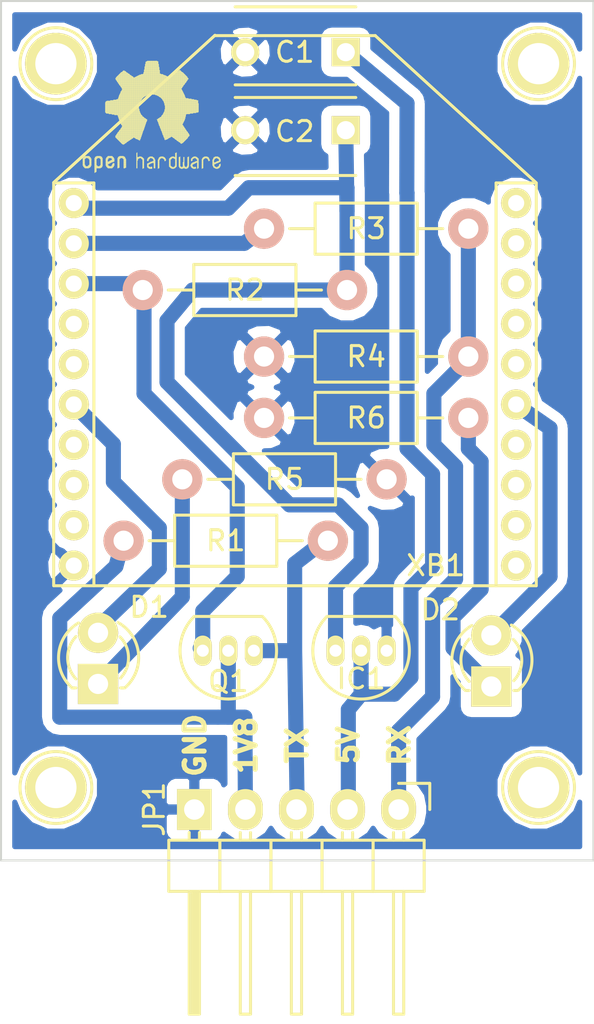
<source format=kicad_pcb>
(kicad_pcb (version 4) (host pcbnew 4.0.3+e1-6302~38~ubuntu16.04.1-stable)
  (title_block (title xbee-pandaboard-adapter) (date 2016-08-11) (rev 1.0) (comment 1 "(Based on wifly-adapter-board from Dirk Grappendorf)") (comment 2 "CERN Open Hardware License 1.1") (comment 3 "Enrique Hernández Bello <ehbello@gmail.com>"))
  (layers (0 F.Cu signal) (31 B.Cu signal) (34 B.Paste user) (35 F.Paste user) (36 B.SilkS user) (37 F.SilkS user) (38 B.Mask user) (39 F.Mask user) (44 Edge.Cuts user))
  (net 0 "")
  (net 1 5V)
  (net 2 GNDREF)
  (net 3 3V3)
  (net 4 "Net-(D1-Pad1)")
  (net 5 "Net-(D1-Pad2)")
  (net 6 "Net-(D2-Pad1)")
  (net 7 "Net-(D2-Pad2)")
  (net 8 1V8)
  (net 9 UART_TX)
  (net 10 UART_RX)
  (net 11 DIN)
  (net 12 DOUT)
  (net 13 "Net-(XB1-Pad20)")
  (net 14 "Net-(XB1-Pad16)")
  (net 15 "Net-(XB1-Pad14)")
  (net 16 "Net-(XB1-Pad18)")
  (net 17 "Net-(XB1-Pad17)")
  (net 18 "Net-(XB1-Pad19)")
  (net 19 "Net-(XB1-Pad12)")
  (net 20 "Net-(XB1-Pad11)")
  (net 21 "Net-(XB1-Pad13)")
  (net 22 "Net-(XB1-Pad8)")
  (net 23 "Net-(XB1-Pad9)")
  (net 24 "Net-(XB1-Pad4)")
  (net 25 "Net-(XB1-Pad7)")
  (net 26 "Net-(XB1-Pad5)")
  (module OPENHARDWARE:OSHWLOGO0.3IN (layer F.Cu) (at 138.176 78.105)
    (fp_text reference "" hide)
    (fp_text value LOGO hide)
  )
  (module Capacitors_ThroughHole:C_Disc_D6_P5 (layer F.Cu) (at 151.638 78.613 180)
    (fp_text reference C1 (at 2.54 0 360) (layer F.SilkS))
    (fp_text value 1µF)
    (pad 1 thru_hole rect (at 0 0 180) (size 1.4 1.4) (drill 0.9) (layers *.Cu *.Mask F.SilkS) (net 1 5V))
    (pad 2 thru_hole circle (at 5 0 180) (size 1.4 1.4) (drill 0.9) (layers *.Cu *.Mask F.SilkS) (net 2 GNDREF))
  )
  (module Capacitors_ThroughHole:C_Disc_D6_P5 (layer F.Cu) (at 151.638 82.4865 180)
    (fp_text reference C2 (at 2.54 -0.0635 360) (layer F.SilkS))
    (fp_text value 1µF)
    (pad 1 thru_hole rect (at 0 0 180) (size 1.4 1.4) (drill 0.9) (layers *.Cu *.Mask F.SilkS) (net 3 3V3))
    (pad 2 thru_hole circle (at 5 0 180) (size 1.4 1.4) (drill 0.9) (layers *.Cu *.Mask F.SilkS) (net 2 GNDREF))
  )
  (module LEDs:LED-3MM (layer F.Cu) (at 139.319 109.982 90)
    (fp_text reference D1 (at 3.81 2.54 180) (layer F.SilkS))
    (fp_text value RED_LED)
    (pad 1 thru_hole rect (at 0 0 180) (size 2 2) (drill 1.00076) (layers *.Cu *.Mask F.SilkS) (net 4 "Net-(D1-Pad1)"))
    (pad 2 thru_hole circle (at 2.54 0 90) (size 2 2) (drill 1.00076) (layers *.Cu *.Mask F.SilkS) (net 5 "Net-(D1-Pad2)"))
  )
  (module LEDs:LED-3MM (layer F.Cu) (at 158.877 110.109 90)
    (fp_text reference D2 (at 3.81 -2.54 180) (layer F.SilkS))
    (fp_text value GREEN_LED)
    (pad 1 thru_hole rect (at 0 0 180) (size 2 2) (drill 1.00076) (layers *.Cu *.Mask F.SilkS) (net 6 "Net-(D2-Pad1)"))
    (pad 2 thru_hole circle (at 2.54 0 90) (size 2 2) (drill 1.00076) (layers *.Cu *.Mask F.SilkS) (net 7 "Net-(D2-Pad2)"))
  )
  (module TO_SOT_Packages_THT:TO-92_Inline_Narrow_Oval (layer F.Cu) (at 153.67 108.331 180)
    (fp_text reference IC1 (at 1.27 -1.397 180) (layer F.SilkS))
    (fp_text value MCP1700)
    (pad 2 thru_hole oval (at 1.27 0) (size 0.89916 1.50114) (drill 0.6) (layers *.Cu *.Mask F.SilkS) (net 1 5V))
    (pad 3 thru_hole oval (at 2.54 0) (size 0.89916 1.50114) (drill 0.6) (layers *.Cu *.Mask F.SilkS) (net 3 3V3))
    (pad 1 thru_hole oval (at 0 0) (size 0.89916 1.50114) (drill 0.6) (layers *.Cu *.Mask F.SilkS) (net 2 GNDREF))
  )
  (module TO_SOT_Packages_THT:TO-92_Inline_Narrow_Oval (layer F.Cu) (at 147.066 108.331 180)
    (fp_text reference Q1 (at 1.27 -1.524 180) (layer F.SilkS))
    (fp_text value 2N7000)
    (pad 2 thru_hole oval (at 1.27 0) (size 0.89916 1.50114) (drill 0.6) (layers *.Cu *.Mask F.SilkS) (net 8 1V8))
    (pad 3 thru_hole oval (at 2.54 0) (size 0.89916 1.50114) (drill 0.6) (layers *.Cu *.Mask F.SilkS) (net 11 DIN))
    (pad 1 thru_hole oval (at 0 0) (size 0.89916 1.50114) (drill 0.6) (layers *.Cu *.Mask F.SilkS) (net 9 UART_TX))
  )
  (module Connect:1pin (layer F.Cu) (at 137.2235 79.1845)
    (fp_text reference "" hide)
    (fp_text value "")
    (pad "" thru_hole circle (at 0 0) (size 3.064 3.064) (drill 2.048) (layers *.Cu *.Mask F.SilkS))
  )
  (module Connect:1pin (layer F.Cu) (at 161.2265 79.1845)
    (fp_text reference "" hide)
    (fp_text value "")
    (pad "" thru_hole circle (at 0 0) (size 3.064 3.064) (drill 2.048) (layers *.Cu *.Mask F.SilkS))
  )
  (module Connect:1pin (layer F.Cu) (at 137.2235 115.1255)
    (fp_text reference "" (at 0 -3.048) (layer F.SilkS))
    (fp_text value "")
    (pad "" thru_hole circle (at 0 0) (size 3.064 3.064) (drill 2.048) (layers *.Cu *.Mask F.SilkS))
  )
  (module Connect:1pin (layer F.Cu) (at 161.2265 115.1255)
    (fp_text reference "" (at 0 -3.048) (layer F.SilkS))
    (fp_text value "")
    (pad "" thru_hole circle (at 0 0) (size 3.064 3.064) (drill 2.048) (layers *.Cu *.Mask F.SilkS))
  )
  (module Resistors_ThroughHole:Resistor_Horizontal_RM10mm (layer F.Cu) (at 140.589 102.87)
    (fp_text reference R1 (at 5.08 0) (layer F.SilkS))
    (fp_text value 10K)
    (pad 1 thru_hole circle (at 0 0) (size 1.99898 1.99898) (drill 1.00076) (layers *.Cu *.SilkS *.Mask) (net 8 1V8))
    (pad 2 thru_hole circle (at 10.16 0) (size 1.99898 1.99898) (drill 1.00076) (layers *.Cu *.SilkS *.Mask) (net 9 UART_TX))
  )
  (module Resistors_ThroughHole:Resistor_Horizontal_RM10mm (layer F.Cu) (at 151.7015 90.424 180)
    (fp_text reference R2 (at 5.08 0 180) (layer F.SilkS))
    (fp_text value 10K)
    (pad 1 thru_hole circle (at 0 0 180) (size 1.99898 1.99898) (drill 1.00076) (layers *.Cu *.SilkS *.Mask) (net 3 3V3))
    (pad 2 thru_hole circle (at 10.16 0 180) (size 1.99898 1.99898) (drill 1.00076) (layers *.Cu *.SilkS *.Mask) (net 11 DIN))
  )
  (module Resistors_ThroughHole:Resistor_Horizontal_RM10mm (layer F.Cu) (at 147.574 87.376)
    (fp_text reference R3 (at 5.08 0) (layer F.SilkS))
    (fp_text value 10K)
    (pad 1 thru_hole circle (at 0 0) (size 1.99898 1.99898) (drill 1.00076) (layers *.Cu *.SilkS *.Mask) (net 12 DOUT))
    (pad 2 thru_hole circle (at 10.16 0) (size 1.99898 1.99898) (drill 1.00076) (layers *.Cu *.SilkS *.Mask) (net 10 UART_RX))
  )
  (module Resistors_ThroughHole:Resistor_Horizontal_RM10mm (layer F.Cu) (at 157.734 93.726 180)
    (fp_text reference R4 (at 5.08 0 180) (layer F.SilkS))
    (fp_text value 10K)
    (pad 1 thru_hole circle (at 0 0 180) (size 1.99898 1.99898) (drill 1.00076) (layers *.Cu *.SilkS *.Mask) (net 10 UART_RX))
    (pad 2 thru_hole circle (at 10.16 0 180) (size 1.99898 1.99898) (drill 1.00076) (layers *.Cu *.SilkS *.Mask) (net 2 GNDREF))
  )
  (module Resistors_ThroughHole:Resistor_Horizontal_RM10mm (layer F.Cu) (at 143.51 99.822)
    (fp_text reference R5 (at 5.08 0) (layer F.SilkS))
    (fp_text value 1Ω)
    (pad 1 thru_hole circle (at 0 0) (size 1.99898 1.99898) (drill 1.00076) (layers *.Cu *.SilkS *.Mask) (net 4 "Net-(D1-Pad1)"))
    (pad 2 thru_hole circle (at 10.16 0) (size 1.99898 1.99898) (drill 1.00076) (layers *.Cu *.SilkS *.Mask) (net 2 GNDREF))
  )
  (module Resistors_ThroughHole:Resistor_Horizontal_RM10mm (layer F.Cu) (at 157.734 96.774 180)
    (fp_text reference R6 (at 5.08 0 180) (layer F.SilkS))
    (fp_text value 1Ω)
    (pad 1 thru_hole circle (at 0 0 180) (size 1.99898 1.99898) (drill 1.00076) (layers *.Cu *.SilkS *.Mask) (net 6 "Net-(D2-Pad1)"))
    (pad 2 thru_hole circle (at 10.16 0 180) (size 1.99898 1.99898) (drill 1.00076) (layers *.Cu *.SilkS *.Mask) (net 2 GNDREF))
  )
  (module lib:XBEE (layer F.Cu) (at 149.098 86.106)
    (fp_text reference XB1 (at 7.0145 18) (layer F.SilkS))
    (fp_text value XBEE)
    (pad 1 thru_hole circle (at -10.9855 0) (size 1.5 1.5) (drill 0.8) (layers *.Cu *.Mask F.SilkS) (net 3 3V3))
    (pad 2 thru_hole circle (at -10.9855 2) (size 1.5 1.5) (drill 0.8) (layers *.Cu *.Mask F.SilkS) (net 12 DOUT))
    (pad 3 thru_hole circle (at -10.9855 4) (size 1.5 1.5) (drill 0.8) (layers *.Cu *.Mask F.SilkS) (net 11 DIN))
    (pad 4 thru_hole circle (at -10.9855 6) (size 1.5 1.5) (drill 0.8) (layers *.Cu *.Mask F.SilkS) (net 24 "Net-(XB1-Pad4)"))
    (pad 5 thru_hole circle (at -10.9855 8) (size 1.5 1.5) (drill 0.8) (layers *.Cu *.Mask F.SilkS) (net 26 "Net-(XB1-Pad5)"))
    (pad 6 thru_hole circle (at -10.9855 10) (size 1.5 1.5) (drill 0.8) (layers *.Cu *.Mask F.SilkS) (net 5 "Net-(D1-Pad2)"))
    (pad 7 thru_hole circle (at -10.9855 12) (size 1.5 1.5) (drill 0.8) (layers *.Cu *.Mask F.SilkS) (net 25 "Net-(XB1-Pad7)"))
    (pad 8 thru_hole circle (at -10.9855 14) (size 1.5 1.5) (drill 0.8) (layers *.Cu *.Mask F.SilkS) (net 22 "Net-(XB1-Pad8)"))
    (pad 9 thru_hole circle (at -10.9855 16) (size 1.5 1.5) (drill 0.8) (layers *.Cu *.Mask F.SilkS) (net 23 "Net-(XB1-Pad9)"))
    (pad 10 thru_hole circle (at -10.9855 18) (size 1.5 1.5) (drill 0.8) (layers *.Cu *.Mask F.SilkS) (net 2 GNDREF))
    (pad 11 thru_hole circle (at 11.0145 18) (size 1.5 1.5) (drill 0.8) (layers *.Cu *.Mask F.SilkS) (net 20 "Net-(XB1-Pad11)"))
    (pad 12 thru_hole circle (at 11.0145 16) (size 1.5 1.5) (drill 0.8) (layers *.Cu *.Mask F.SilkS) (net 19 "Net-(XB1-Pad12)"))
    (pad 13 thru_hole circle (at 11.0145 14) (size 1.5 1.5) (drill 0.8) (layers *.Cu *.Mask F.SilkS) (net 21 "Net-(XB1-Pad13)"))
    (pad 14 thru_hole circle (at 11.0145 12) (size 1.5 1.5) (drill 0.8) (layers *.Cu *.Mask F.SilkS) (net 15 "Net-(XB1-Pad14)"))
    (pad 15 thru_hole circle (at 11.0145 10) (size 1.5 1.5) (drill 0.8) (layers *.Cu *.Mask F.SilkS) (net 7 "Net-(D2-Pad2)"))
    (pad 16 thru_hole circle (at 11.0145 8) (size 1.5 1.5) (drill 0.8) (layers *.Cu *.Mask F.SilkS) (net 14 "Net-(XB1-Pad16)"))
    (pad 17 thru_hole circle (at 11.0145 6) (size 1.5 1.5) (drill 0.8) (layers *.Cu *.Mask F.SilkS) (net 17 "Net-(XB1-Pad17)"))
    (pad 18 thru_hole circle (at 11.0145 4) (size 1.5 1.5) (drill 0.8) (layers *.Cu *.Mask F.SilkS) (net 16 "Net-(XB1-Pad18)"))
    (pad 19 thru_hole circle (at 11.0145 2) (size 1.5 1.5) (drill 0.8) (layers *.Cu *.Mask F.SilkS) (net 18 "Net-(XB1-Pad19)"))
    (pad 20 thru_hole circle (at 11.0145 0) (size 1.5 1.5) (drill 0.8) (layers *.Cu *.Mask F.SilkS) (net 13 "Net-(XB1-Pad20)"))
  )
  (module lib:Pin_Header_Angled_Inverted_1x05 (layer F.Cu) (at 144.145 116.205 90)
    (fp_text reference JP1 (at 0 -2.032 90) (layer F.SilkS))
    (fp_text value CONN_01X05)
    (pad 5 thru_hole oval (at -0.0127 10.1219 270) (size 2.032 1.7272) (drill 1.016) (layers *.Cu *.Mask F.SilkS) (net 10 UART_RX))
    (pad 4 thru_hole oval (at -0.0127 7.5819 270) (size 2.032 1.7272) (drill 1.016) (layers *.Cu *.Mask F.SilkS) (net 1 5V))
    (pad 3 thru_hole oval (at -0.0127 5.0419 270) (size 2.032 1.7272) (drill 1.016) (layers *.Cu *.Mask F.SilkS) (net 9 UART_TX))
    (pad 2 thru_hole oval (at -0.0127 2.5019 270) (size 2.032 1.7272) (drill 1.016) (layers *.Cu *.Mask F.SilkS) (net 8 1V8))
    (pad 1 thru_hole rect (at -0.0127 -0.0381 270) (size 2.032 1.7272) (drill 1.016) (layers *.Cu *.Mask F.SilkS) (net 2 GNDREF))
  )
  (gr_text RX (at 154.305 113.03 90) (layer F.SilkS) (effects (font (size 1 1) (thickness 0.25))))
  (gr_text 5V (at 151.765 113.03 90) (layer F.SilkS) (effects (font (size 1 1) (thickness 0.25))))
  (gr_text TX (at 149.225 113.03 90) (layer F.SilkS) (effects (font (size 1 1) (thickness 0.25))))
  (gr_text 1V8 (at 146.685 113.03 90) (layer F.SilkS) (effects (font (size 1 1) (thickness 0.25))))
  (gr_text GND (at 144.145 113.03 90) (layer F.SilkS) (effects (font (size 1 1) (thickness 0.25))))
  (gr_line (start 134.493 76.073) (end 163.957 76.073) (angle 90) (layer Edge.Cuts) (width 0.1))
  (gr_line (start 134.493 118.745) (end 134.493 76.073) (angle 90) (layer Edge.Cuts) (width 0.1))
  (gr_line (start 163.957 118.745) (end 134.493 118.745) (angle 90) (layer Edge.Cuts) (width 0.1))
  (gr_line (start 163.957 76.073) (end 163.957 118.745) (angle 90) (layer Edge.Cuts) (width 0.1))
  (segment (start 152.4 110.49) (end 154.051 110.49) (width 0.75) (layer B.Cu) (net 1))
  (segment (start 154.686 98.298) (end 155.956 99.568) (width 0.75) (layer B.Cu) (net 1))
  (segment (start 151.638 78.613) (end 151.638 78.613) (width 0.75) (layer B.Cu) (net 1))
  (segment (start 154.475118 80.985749) (end 151.638 78.613) (width 0.75) (layer B.Cu) (net 1))
  (segment (start 154.686 81.153) (end 154.475118 80.985749) (width 0.75) (layer B.Cu) (net 1))
  (segment (start 154.6737 85.6103) (end 154.686 81.153) (width 0.75) (layer B.Cu) (net 1))
  (segment (start 154.686 85.598) (end 154.6737 85.6103) (width 0.75) (layer B.Cu) (net 1))
  (segment (start 154.686 98.298) (end 154.686 85.598) (width 0.75) (layer B.Cu) (net 1))
  (segment (start 154.878998 105.217002) (end 154.878998 109.662002) (width 0.75) (layer B.Cu) (net 1))
  (segment (start 155.956 104.14) (end 154.878998 105.217002) (width 0.75) (layer B.Cu) (net 1))
  (segment (start 155.956 99.568) (end 155.956 104.14) (width 0.75) (layer B.Cu) (net 1))
  (segment (start 154.051 110.49) (end 154.878998 109.662002) (width 0.75) (layer B.Cu) (net 1))
  (segment (start 152.4 108.331) (end 152.4 110.49) (width 0.75) (layer B.Cu) (net 1))
  (segment (start 151.765 111.252) (end 151.765 115.443) (width 0.75) (layer B.Cu) (net 1))
  (segment (start 152.4 110.49) (end 151.765 111.252) (width 0.75) (layer B.Cu) (net 1))
  (segment (start 151.638 82.4865) (end 151.7015 86.4997) (width 0.75) (layer B.Cu) (net 3))
  (segment (start 138.6205 86.36) (end 145.796 86.36) (width 0.75) (layer B.Cu) (net 3))
  (segment (start 146.812 85.344) (end 151.638 85.344) (width 0.75) (layer B.Cu) (net 3))
  (segment (start 145.796 86.36) (end 146.812 85.344) (width 0.75) (layer B.Cu) (net 3))
  (segment (start 151.13 108.331) (end 151.13 105.156) (width 0.75) (layer B.Cu) (net 3))
  (segment (start 144.018 90.424) (end 151.7015 90.424) (width 0.75) (layer B.Cu) (net 3))
  (segment (start 142.748 91.948) (end 144.018 90.424) (width 0.75) (layer B.Cu) (net 3))
  (segment (start 142.748 94.996) (end 142.748 91.948) (width 0.75) (layer B.Cu) (net 3))
  (segment (start 148.844 101.092) (end 142.748 94.996) (width 0.75) (layer B.Cu) (net 3))
  (segment (start 151.257 101.092) (end 148.844 101.092) (width 0.75) (layer B.Cu) (net 3))
  (segment (start 152.4 102.235) (end 151.257 101.092) (width 0.75) (layer B.Cu) (net 3))
  (segment (start 152.4 103.886) (end 152.4 102.235) (width 0.75) (layer B.Cu) (net 3))
  (segment (start 151.13 105.156) (end 152.4 103.886) (width 0.75) (layer B.Cu) (net 3))
  (segment (start 151.7015 90.424) (end 151.7015 86.4997) (width 0.75) (layer B.Cu) (net 3))
  (segment (start 151.7015 86.4997) (end 151.7015 85.344) (width 0.75) (layer B.Cu) (net 3))
  (segment (start 151.7015 85.344) (end 151.638 85.344) (width 0.75) (layer B.Cu) (net 3))
  (segment (start 151.638 85.344) (end 146.939 85.344) (width 0.75) (layer B.Cu) (net 3))
  (segment (start 143.51 99.822) (end 143.51 105.664) (width 0.75) (layer B.Cu) (net 4))
  (segment (start 143.51 105.664) (end 139.319 109.982) (width 0.75) (layer B.Cu) (net 4))
  (segment (start 139.319 107.442) (end 139.319 107.188) (width 0.75) (layer B.Cu) (net 5))
  (segment (start 139.319 107.188) (end 142.367 104.267) (width 0.75) (layer B.Cu) (net 5))
  (segment (start 142.367 104.267) (end 142.367 102.235) (width 0.75) (layer B.Cu) (net 5))
  (segment (start 142.367 102.235) (end 140.081 99.949) (width 0.75) (layer B.Cu) (net 5))
  (segment (start 140.081 99.949) (end 140.081 98.0745) (width 0.75) (layer B.Cu) (net 5))
  (segment (start 140.081 98.0745) (end 138.1125 96.106) (width 0.75) (layer B.Cu) (net 5))
  (segment (start 157.734 96.774) (end 157.734 98.298) (width 0.75) (layer B.Cu) (net 6))
  (segment (start 156.972 108.204) (end 158.877 110.109) (width 0.75) (layer B.Cu) (net 6))
  (segment (start 156.972 106.68) (end 156.972 108.204) (width 0.75) (layer B.Cu) (net 6))
  (segment (start 158.369 105.283) (end 156.972 106.68) (width 0.75) (layer B.Cu) (net 6))
  (segment (start 158.369 98.933) (end 158.369 105.283) (width 0.75) (layer B.Cu) (net 6))
  (segment (start 157.734 98.298) (end 158.369 98.933) (width 0.75) (layer B.Cu) (net 6))
  (segment (start 158.877 107.569) (end 161.798 104.648) (width 0.75) (layer B.Cu) (net 7))
  (segment (start 161.796206 97.282) (end 160.09874 96.10598) (width 0.75) (layer B.Cu) (net 7))
  (segment (start 161.798 104.648) (end 161.796206 97.282) (width 0.75) (layer B.Cu) (net 7))
  (segment (start 145.796 108.331) (end 145.796 111.633) (width 0.75) (layer B.Cu) (net 8))
  (segment (start 145.796 111.633) (end 145.796 111.4425) (width 0.75) (layer B.Cu) (net 8))
  (segment (start 145.796 111.4425) (end 145.796 111.633) (width 0.75) (layer B.Cu) (net 8))
  (segment (start 137.414 111.633) (end 145.288 111.633) (width 0.75) (layer B.Cu) (net 8))
  (segment (start 145.288 111.633) (end 145.796 111.633) (width 0.75) (layer B.Cu) (net 8))
  (segment (start 145.796 111.633) (end 146.6215 111.633) (width 0.75) (layer B.Cu) (net 8))
  (segment (start 137.414 106.719077) (end 137.414 111.633) (width 0.75) (layer B.Cu) (net 8))
  (segment (start 140.208 104.14) (end 137.414 106.719077) (width 0.75) (layer B.Cu) (net 8))
  (segment (start 146.6215 111.633) (end 146.6469 116.2177) (width 0.75) (layer B.Cu) (net 8))
  (segment (start 146.6469 116.2177) (end 146.685 116.205) (width 0.75) (layer B.Cu) (net 8))
  (segment (start 140.589 102.743) (end 140.208 104.14) (width 0.75) (layer B.Cu) (net 8))
  (segment (start 149.098 108.331) (end 149.098 104.013) (width 0.75) (layer B.Cu) (net 9))
  (segment (start 149.098 104.013) (end 150.749 102.743) (width 0.75) (layer B.Cu) (net 9))
  (segment (start 149.225 116.205) (end 149.098 108.331) (width 0.75) (layer B.Cu) (net 9))
  (segment (start 149.098 108.331) (end 147.066 108.331) (width 0.75) (layer B.Cu) (net 9))
  (segment (start 157.734 87.376) (end 157.734 93.726) (width 0.75) (layer B.Cu) (net 10))
  (segment (start 157.734 93.726) (end 157.734 93.853) (width 0.75) (layer B.Cu) (net 10))
  (segment (start 157.734 93.853) (end 156.019578 95.567422) (width 0.75) (layer B.Cu) (net 10))
  (segment (start 156.019578 95.567422) (end 156.019578 98.107578) (width 0.75) (layer B.Cu) (net 10))
  (segment (start 156.019578 98.107578) (end 157.099 99.187) (width 0.75) (layer B.Cu) (net 10))
  (segment (start 157.099 99.187) (end 157.099 104.775) (width 0.75) (layer B.Cu) (net 10))
  (segment (start 157.099 104.775) (end 155.956 105.918) (width 0.75) (layer B.Cu) (net 10))
  (segment (start 155.956 105.918) (end 155.956 110.617) (width 0.75) (layer B.Cu) (net 10))
  (segment (start 155.956 110.617) (end 154.2669 112.3061) (width 0.75) (layer B.Cu) (net 10))
  (segment (start 154.2669 112.3061) (end 154.2669 116.2177) (width 0.75) (layer B.Cu) (net 10))
  (segment (start 146.2405 104.648) (end 144.526 106.3625) (width 0.75) (layer B.Cu) (net 11))
  (segment (start 146.2405 100.203) (end 141.605 95.5675) (width 0.75) (layer B.Cu) (net 11))
  (segment (start 141.605 90.424) (end 141.605 95.5675) (width 0.75) (layer B.Cu) (net 11))
  (segment (start 146.2405 104.648) (end 146.2405 100.203) (width 0.75) (layer B.Cu) (net 11))
  (segment (start 144.526 106.3625) (end 144.526 108.1405) (width 0.75) (layer B.Cu) (net 11))
  (segment (start 144.399 108.204) (end 144.526 108.331) (width 0.75) (layer B.Cu) (net 11))
  (segment (start 138.1125 90.106) (end 141.287 90.106) (width 0.75) (layer B.Cu) (net 11))
  (segment (start 141.287 90.106) (end 141.605 90.424) (width 0.75) (layer B.Cu) (net 11))
  (segment (start 138.1125 88.106) (end 146.59 88.106) (width 0.75) (layer B.Cu) (net 12))
  (segment (start 146.59 88.106) (end 147.574 87.376) (width 0.75) (layer B.Cu) (net 12))
  (zone (net 2) (net_name GNDREF) (layer B.Cu) (connect_pads (clearance 0.508)) (min_thickness 0.254) (fill yes (arc_segments 16) (thermal_gap 0.508) (thermal_bridge_width 0.508))
    (polygon (pts (xy 134.493 118.745) (xy 163.957 118.745) (xy 163.957 76.073) (xy 134.493 76.073)))
  )
)
</source>
